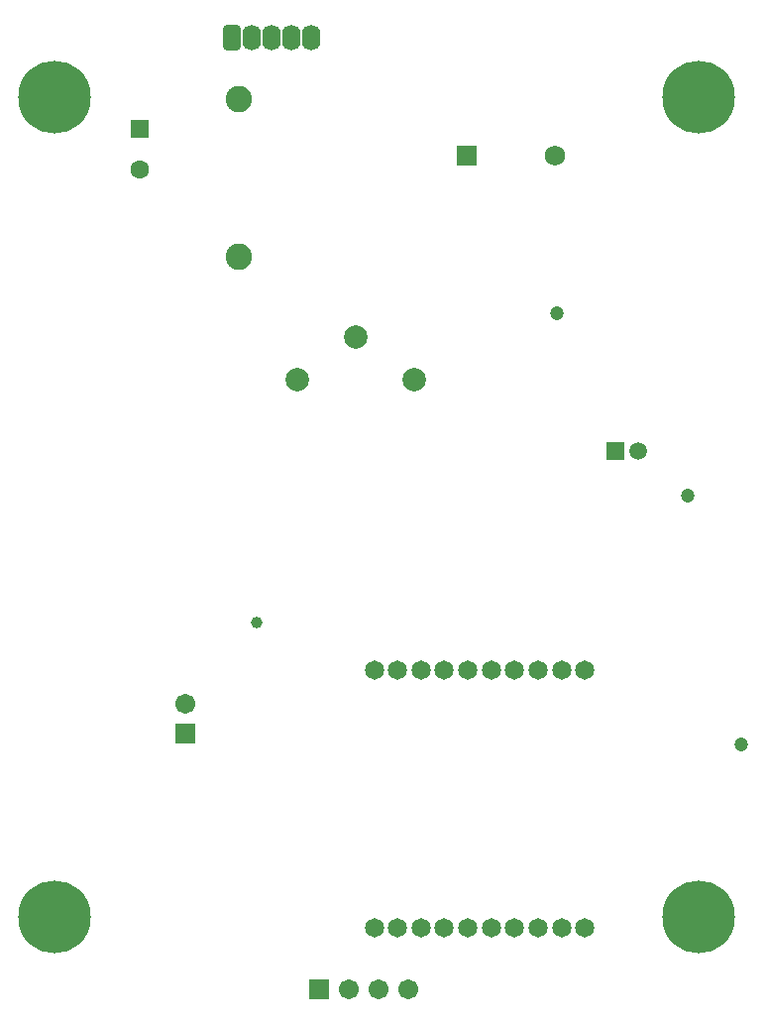
<source format=gbs>
G04*
G04 #@! TF.GenerationSoftware,Altium Limited,Altium Designer,20.0.13 (296)*
G04*
G04 Layer_Color=16711935*
%FSLAX44Y44*%
%MOMM*%
G71*
G01*
G75*
%ADD37R,1.7032X1.7032*%
%ADD38C,1.7032*%
%ADD39R,1.7032X1.7032*%
%ADD40C,1.5032*%
%ADD41R,1.5032X1.5032*%
%ADD42C,2.0032*%
%ADD43C,1.6532*%
G04:AMPARAMS|DCode=44|XSize=2.2032mm|YSize=1.6032mm|CornerRadius=0.4516mm|HoleSize=0mm|Usage=FLASHONLY|Rotation=90.000|XOffset=0mm|YOffset=0mm|HoleType=Round|Shape=RoundedRectangle|*
%AMROUNDEDRECTD44*
21,1,2.2032,0.7000,0,0,90.0*
21,1,1.3000,1.6032,0,0,90.0*
1,1,0.9032,0.3500,0.6500*
1,1,0.9032,0.3500,-0.6500*
1,1,0.9032,-0.3500,-0.6500*
1,1,0.9032,-0.3500,0.6500*
%
%ADD44ROUNDEDRECTD44*%
%ADD45O,1.6032X2.2032*%
%ADD46C,1.7532*%
%ADD47R,1.7532X1.7532*%
%ADD48R,1.6032X1.6032*%
%ADD49C,1.6032*%
%ADD50C,2.2532*%
%ADD51C,1.2032*%
%ADD52C,6.2032*%
%ADD53C,1.0032*%
D37*
X2682240Y0D02*
D03*
D38*
X2707640D02*
D03*
X2733040D02*
D03*
X2758440D02*
D03*
X2567940Y243840D02*
D03*
D39*
Y218440D02*
D03*
D40*
X2955130Y459740D02*
D03*
D41*
X2935130D02*
D03*
D42*
X2763520Y520700D02*
D03*
X2663520D02*
D03*
X2713520Y557700D02*
D03*
D43*
X2909250Y273050D02*
D03*
X2889250D02*
D03*
X2869250D02*
D03*
X2849250D02*
D03*
X2829250D02*
D03*
X2809250D02*
D03*
X2789250D02*
D03*
X2769250D02*
D03*
X2749250D02*
D03*
X2729250D02*
D03*
Y53050D02*
D03*
X2749250D02*
D03*
X2769250D02*
D03*
X2789250D02*
D03*
X2809250D02*
D03*
X2829250D02*
D03*
X2849250D02*
D03*
X2869250D02*
D03*
X2889250D02*
D03*
X2909250D02*
D03*
D44*
X2607600Y812800D02*
D03*
D45*
X2624600D02*
D03*
X2641600D02*
D03*
X2658600D02*
D03*
X2675600D02*
D03*
D46*
X2883570Y712470D02*
D03*
D47*
X2808570D02*
D03*
D48*
X2528570Y735330D02*
D03*
D49*
Y700330D02*
D03*
D50*
X2613660Y625830D02*
D03*
Y760730D02*
D03*
D51*
X3042920Y209550D02*
D03*
X2997200Y421640D02*
D03*
X2885105Y577647D02*
D03*
D52*
X2456180Y62230D02*
D03*
X3006180D02*
D03*
Y762230D02*
D03*
X2456180D02*
D03*
D53*
X2628900Y313690D02*
D03*
M02*

</source>
